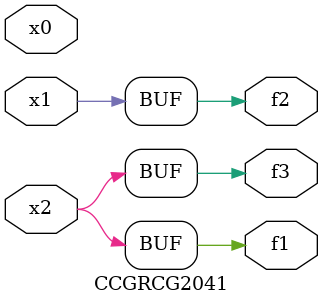
<source format=v>
module CCGRCG2041(
	input x0, x1, x2,
	output f1, f2, f3
);
	assign f1 = x2;
	assign f2 = x1;
	assign f3 = x2;
endmodule

</source>
